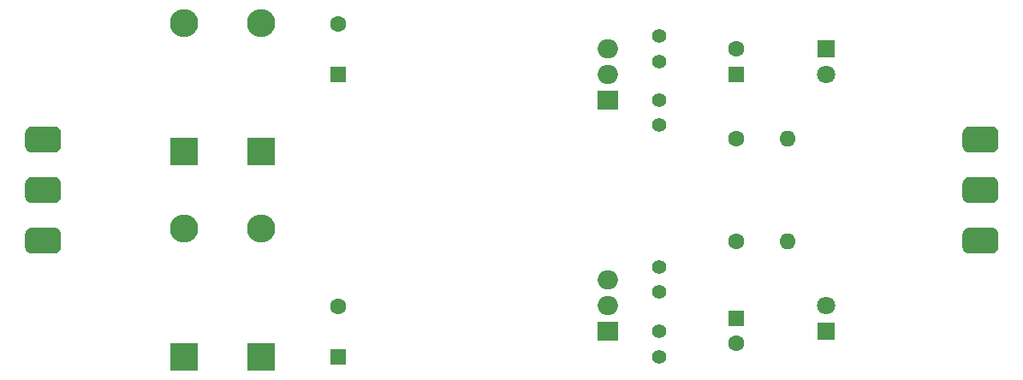
<source format=gbr>
%TF.GenerationSoftware,KiCad,Pcbnew,5.1.5+dfsg1-2build2*%
%TF.CreationDate,2021-08-20T10:43:51+02:00*%
%TF.ProjectId,power-supply,706f7765-722d-4737-9570-706c792e6b69,1.2*%
%TF.SameCoordinates,PX4d83c00PY6a95280*%
%TF.FileFunction,Copper,L1,Top*%
%TF.FilePolarity,Positive*%
%FSLAX46Y46*%
G04 Gerber Fmt 4.6, Leading zero omitted, Abs format (unit mm)*
G04 Created by KiCad (PCBNEW 5.1.5+dfsg1-2build2) date 2021-08-20 10:43:51*
%MOMM*%
%LPD*%
G04 APERTURE LIST*
%TA.AperFunction,ComponentPad*%
%ADD10C,0.150000*%
%TD*%
%TA.AperFunction,ComponentPad*%
%ADD11C,1.400000*%
%TD*%
%TA.AperFunction,ComponentPad*%
%ADD12O,2.000000X1.905000*%
%TD*%
%TA.AperFunction,ComponentPad*%
%ADD13R,2.000000X1.905000*%
%TD*%
%TA.AperFunction,ComponentPad*%
%ADD14O,1.600000X1.600000*%
%TD*%
%TA.AperFunction,ComponentPad*%
%ADD15C,1.600000*%
%TD*%
%TA.AperFunction,ComponentPad*%
%ADD16R,1.600000X1.600000*%
%TD*%
%TA.AperFunction,ComponentPad*%
%ADD17R,2.800000X2.800000*%
%TD*%
%TA.AperFunction,ComponentPad*%
%ADD18O,2.800000X2.800000*%
%TD*%
%TA.AperFunction,ComponentPad*%
%ADD19R,1.800000X1.800000*%
%TD*%
%TA.AperFunction,ComponentPad*%
%ADD20C,1.800000*%
%TD*%
G04 APERTURE END LIST*
%TA.AperFunction,ComponentPad*%
D10*
%TO.P,J2,3*%
%TO.N,Net-(C6-Pad2)*%
G36*
X97717241Y25316942D02*
G01*
X97778882Y25307799D01*
X97839331Y25292657D01*
X97898004Y25271664D01*
X97954337Y25245020D01*
X98007787Y25212983D01*
X98057840Y25175862D01*
X98104013Y25134013D01*
X98145862Y25087840D01*
X98182983Y25037787D01*
X98215020Y24984337D01*
X98241664Y24928004D01*
X98262657Y24869331D01*
X98277799Y24808882D01*
X98286942Y24747241D01*
X98290000Y24685000D01*
X98290000Y23415000D01*
X98286942Y23352759D01*
X98277799Y23291118D01*
X98262657Y23230669D01*
X98241664Y23171996D01*
X98215020Y23115663D01*
X98182983Y23062213D01*
X98145862Y23012160D01*
X98104013Y22965987D01*
X98057840Y22924138D01*
X98007787Y22887017D01*
X97954337Y22854980D01*
X97898004Y22828336D01*
X97839331Y22807343D01*
X97778882Y22792201D01*
X97717241Y22783058D01*
X97655000Y22780000D01*
X95385000Y22780000D01*
X95322759Y22783058D01*
X95261118Y22792201D01*
X95200669Y22807343D01*
X95141996Y22828336D01*
X95085663Y22854980D01*
X95032213Y22887017D01*
X94982160Y22924138D01*
X94935987Y22965987D01*
X94894138Y23012160D01*
X94857017Y23062213D01*
X94824980Y23115663D01*
X94798336Y23171996D01*
X94777343Y23230669D01*
X94762201Y23291118D01*
X94753058Y23352759D01*
X94750000Y23415000D01*
X94750000Y24685000D01*
X94753058Y24747241D01*
X94762201Y24808882D01*
X94777343Y24869331D01*
X94798336Y24928004D01*
X94824980Y24984337D01*
X94857017Y25037787D01*
X94894138Y25087840D01*
X94935987Y25134013D01*
X94982160Y25175862D01*
X95032213Y25212983D01*
X95085663Y25245020D01*
X95141996Y25271664D01*
X95200669Y25292657D01*
X95261118Y25307799D01*
X95322759Y25316942D01*
X95385000Y25320000D01*
X97655000Y25320000D01*
X97717241Y25316942D01*
G37*
%TD.AperFunction*%
%TA.AperFunction,ComponentPad*%
%TO.P,J2,2*%
%TO.N,GND*%
G36*
X97717241Y20316942D02*
G01*
X97778882Y20307799D01*
X97839331Y20292657D01*
X97898004Y20271664D01*
X97954337Y20245020D01*
X98007787Y20212983D01*
X98057840Y20175862D01*
X98104013Y20134013D01*
X98145862Y20087840D01*
X98182983Y20037787D01*
X98215020Y19984337D01*
X98241664Y19928004D01*
X98262657Y19869331D01*
X98277799Y19808882D01*
X98286942Y19747241D01*
X98290000Y19685000D01*
X98290000Y18415000D01*
X98286942Y18352759D01*
X98277799Y18291118D01*
X98262657Y18230669D01*
X98241664Y18171996D01*
X98215020Y18115663D01*
X98182983Y18062213D01*
X98145862Y18012160D01*
X98104013Y17965987D01*
X98057840Y17924138D01*
X98007787Y17887017D01*
X97954337Y17854980D01*
X97898004Y17828336D01*
X97839331Y17807343D01*
X97778882Y17792201D01*
X97717241Y17783058D01*
X97655000Y17780000D01*
X95385000Y17780000D01*
X95322759Y17783058D01*
X95261118Y17792201D01*
X95200669Y17807343D01*
X95141996Y17828336D01*
X95085663Y17854980D01*
X95032213Y17887017D01*
X94982160Y17924138D01*
X94935987Y17965987D01*
X94894138Y18012160D01*
X94857017Y18062213D01*
X94824980Y18115663D01*
X94798336Y18171996D01*
X94777343Y18230669D01*
X94762201Y18291118D01*
X94753058Y18352759D01*
X94750000Y18415000D01*
X94750000Y19685000D01*
X94753058Y19747241D01*
X94762201Y19808882D01*
X94777343Y19869331D01*
X94798336Y19928004D01*
X94824980Y19984337D01*
X94857017Y20037787D01*
X94894138Y20087840D01*
X94935987Y20134013D01*
X94982160Y20175862D01*
X95032213Y20212983D01*
X95085663Y20245020D01*
X95141996Y20271664D01*
X95200669Y20292657D01*
X95261118Y20307799D01*
X95322759Y20316942D01*
X95385000Y20320000D01*
X97655000Y20320000D01*
X97717241Y20316942D01*
G37*
%TD.AperFunction*%
%TA.AperFunction,ComponentPad*%
%TO.P,J2,1*%
%TO.N,Net-(C5-Pad1)*%
G36*
X97717241Y15316942D02*
G01*
X97778882Y15307799D01*
X97839331Y15292657D01*
X97898004Y15271664D01*
X97954337Y15245020D01*
X98007787Y15212983D01*
X98057840Y15175862D01*
X98104013Y15134013D01*
X98145862Y15087840D01*
X98182983Y15037787D01*
X98215020Y14984337D01*
X98241664Y14928004D01*
X98262657Y14869331D01*
X98277799Y14808882D01*
X98286942Y14747241D01*
X98290000Y14685000D01*
X98290000Y13415000D01*
X98286942Y13352759D01*
X98277799Y13291118D01*
X98262657Y13230669D01*
X98241664Y13171996D01*
X98215020Y13115663D01*
X98182983Y13062213D01*
X98145862Y13012160D01*
X98104013Y12965987D01*
X98057840Y12924138D01*
X98007787Y12887017D01*
X97954337Y12854980D01*
X97898004Y12828336D01*
X97839331Y12807343D01*
X97778882Y12792201D01*
X97717241Y12783058D01*
X97655000Y12780000D01*
X95385000Y12780000D01*
X95322759Y12783058D01*
X95261118Y12792201D01*
X95200669Y12807343D01*
X95141996Y12828336D01*
X95085663Y12854980D01*
X95032213Y12887017D01*
X94982160Y12924138D01*
X94935987Y12965987D01*
X94894138Y13012160D01*
X94857017Y13062213D01*
X94824980Y13115663D01*
X94798336Y13171996D01*
X94777343Y13230669D01*
X94762201Y13291118D01*
X94753058Y13352759D01*
X94750000Y13415000D01*
X94750000Y14685000D01*
X94753058Y14747241D01*
X94762201Y14808882D01*
X94777343Y14869331D01*
X94798336Y14928004D01*
X94824980Y14984337D01*
X94857017Y15037787D01*
X94894138Y15087840D01*
X94935987Y15134013D01*
X94982160Y15175862D01*
X95032213Y15212983D01*
X95085663Y15245020D01*
X95141996Y15271664D01*
X95200669Y15292657D01*
X95261118Y15307799D01*
X95322759Y15316942D01*
X95385000Y15320000D01*
X97655000Y15320000D01*
X97717241Y15316942D01*
G37*
%TD.AperFunction*%
%TD*%
%TA.AperFunction,ComponentPad*%
%TO.P,J1,3*%
%TO.N,GND*%
G36*
X5007241Y15316942D02*
G01*
X5068882Y15307799D01*
X5129331Y15292657D01*
X5188004Y15271664D01*
X5244337Y15245020D01*
X5297787Y15212983D01*
X5347840Y15175862D01*
X5394013Y15134013D01*
X5435862Y15087840D01*
X5472983Y15037787D01*
X5505020Y14984337D01*
X5531664Y14928004D01*
X5552657Y14869331D01*
X5567799Y14808882D01*
X5576942Y14747241D01*
X5580000Y14685000D01*
X5580000Y13415000D01*
X5576942Y13352759D01*
X5567799Y13291118D01*
X5552657Y13230669D01*
X5531664Y13171996D01*
X5505020Y13115663D01*
X5472983Y13062213D01*
X5435862Y13012160D01*
X5394013Y12965987D01*
X5347840Y12924138D01*
X5297787Y12887017D01*
X5244337Y12854980D01*
X5188004Y12828336D01*
X5129331Y12807343D01*
X5068882Y12792201D01*
X5007241Y12783058D01*
X4945000Y12780000D01*
X2675000Y12780000D01*
X2612759Y12783058D01*
X2551118Y12792201D01*
X2490669Y12807343D01*
X2431996Y12828336D01*
X2375663Y12854980D01*
X2322213Y12887017D01*
X2272160Y12924138D01*
X2225987Y12965987D01*
X2184138Y13012160D01*
X2147017Y13062213D01*
X2114980Y13115663D01*
X2088336Y13171996D01*
X2067343Y13230669D01*
X2052201Y13291118D01*
X2043058Y13352759D01*
X2040000Y13415000D01*
X2040000Y14685000D01*
X2043058Y14747241D01*
X2052201Y14808882D01*
X2067343Y14869331D01*
X2088336Y14928004D01*
X2114980Y14984337D01*
X2147017Y15037787D01*
X2184138Y15087840D01*
X2225987Y15134013D01*
X2272160Y15175862D01*
X2322213Y15212983D01*
X2375663Y15245020D01*
X2431996Y15271664D01*
X2490669Y15292657D01*
X2551118Y15307799D01*
X2612759Y15316942D01*
X2675000Y15320000D01*
X4945000Y15320000D01*
X5007241Y15316942D01*
G37*
%TD.AperFunction*%
%TA.AperFunction,ComponentPad*%
%TO.P,J1,2*%
%TO.N,/AC1*%
G36*
X5007241Y20316942D02*
G01*
X5068882Y20307799D01*
X5129331Y20292657D01*
X5188004Y20271664D01*
X5244337Y20245020D01*
X5297787Y20212983D01*
X5347840Y20175862D01*
X5394013Y20134013D01*
X5435862Y20087840D01*
X5472983Y20037787D01*
X5505020Y19984337D01*
X5531664Y19928004D01*
X5552657Y19869331D01*
X5567799Y19808882D01*
X5576942Y19747241D01*
X5580000Y19685000D01*
X5580000Y18415000D01*
X5576942Y18352759D01*
X5567799Y18291118D01*
X5552657Y18230669D01*
X5531664Y18171996D01*
X5505020Y18115663D01*
X5472983Y18062213D01*
X5435862Y18012160D01*
X5394013Y17965987D01*
X5347840Y17924138D01*
X5297787Y17887017D01*
X5244337Y17854980D01*
X5188004Y17828336D01*
X5129331Y17807343D01*
X5068882Y17792201D01*
X5007241Y17783058D01*
X4945000Y17780000D01*
X2675000Y17780000D01*
X2612759Y17783058D01*
X2551118Y17792201D01*
X2490669Y17807343D01*
X2431996Y17828336D01*
X2375663Y17854980D01*
X2322213Y17887017D01*
X2272160Y17924138D01*
X2225987Y17965987D01*
X2184138Y18012160D01*
X2147017Y18062213D01*
X2114980Y18115663D01*
X2088336Y18171996D01*
X2067343Y18230669D01*
X2052201Y18291118D01*
X2043058Y18352759D01*
X2040000Y18415000D01*
X2040000Y19685000D01*
X2043058Y19747241D01*
X2052201Y19808882D01*
X2067343Y19869331D01*
X2088336Y19928004D01*
X2114980Y19984337D01*
X2147017Y20037787D01*
X2184138Y20087840D01*
X2225987Y20134013D01*
X2272160Y20175862D01*
X2322213Y20212983D01*
X2375663Y20245020D01*
X2431996Y20271664D01*
X2490669Y20292657D01*
X2551118Y20307799D01*
X2612759Y20316942D01*
X2675000Y20320000D01*
X4945000Y20320000D01*
X5007241Y20316942D01*
G37*
%TD.AperFunction*%
%TA.AperFunction,ComponentPad*%
%TO.P,J1,1*%
%TO.N,/AC2*%
G36*
X5007241Y25316942D02*
G01*
X5068882Y25307799D01*
X5129331Y25292657D01*
X5188004Y25271664D01*
X5244337Y25245020D01*
X5297787Y25212983D01*
X5347840Y25175862D01*
X5394013Y25134013D01*
X5435862Y25087840D01*
X5472983Y25037787D01*
X5505020Y24984337D01*
X5531664Y24928004D01*
X5552657Y24869331D01*
X5567799Y24808882D01*
X5576942Y24747241D01*
X5580000Y24685000D01*
X5580000Y23415000D01*
X5576942Y23352759D01*
X5567799Y23291118D01*
X5552657Y23230669D01*
X5531664Y23171996D01*
X5505020Y23115663D01*
X5472983Y23062213D01*
X5435862Y23012160D01*
X5394013Y22965987D01*
X5347840Y22924138D01*
X5297787Y22887017D01*
X5244337Y22854980D01*
X5188004Y22828336D01*
X5129331Y22807343D01*
X5068882Y22792201D01*
X5007241Y22783058D01*
X4945000Y22780000D01*
X2675000Y22780000D01*
X2612759Y22783058D01*
X2551118Y22792201D01*
X2490669Y22807343D01*
X2431996Y22828336D01*
X2375663Y22854980D01*
X2322213Y22887017D01*
X2272160Y22924138D01*
X2225987Y22965987D01*
X2184138Y23012160D01*
X2147017Y23062213D01*
X2114980Y23115663D01*
X2088336Y23171996D01*
X2067343Y23230669D01*
X2052201Y23291118D01*
X2043058Y23352759D01*
X2040000Y23415000D01*
X2040000Y24685000D01*
X2043058Y24747241D01*
X2052201Y24808882D01*
X2067343Y24869331D01*
X2088336Y24928004D01*
X2114980Y24984337D01*
X2147017Y25037787D01*
X2184138Y25087840D01*
X2225987Y25134013D01*
X2272160Y25175862D01*
X2322213Y25212983D01*
X2375663Y25245020D01*
X2431996Y25271664D01*
X2490669Y25292657D01*
X2551118Y25307799D01*
X2612759Y25316942D01*
X2675000Y25320000D01*
X4945000Y25320000D01*
X5007241Y25316942D01*
G37*
%TD.AperFunction*%
%TD*%
D11*
%TO.P,C2,2*%
%TO.N,/-*%
X64770000Y25440000D03*
%TO.P,C2,1*%
%TO.N,GND*%
X64770000Y27940000D03*
%TD*%
%TO.P,C1,2*%
%TO.N,GND*%
X64770000Y5040000D03*
%TO.P,C1,1*%
%TO.N,/+*%
X64770000Y2540000D03*
%TD*%
D12*
%TO.P,U2,3*%
%TO.N,Net-(C6-Pad2)*%
X59690000Y33020000D03*
%TO.P,U2,2*%
%TO.N,/-*%
X59690000Y30480000D03*
D13*
%TO.P,U2,1*%
%TO.N,GND*%
X59690000Y27940000D03*
%TD*%
D12*
%TO.P,U1,3*%
%TO.N,Net-(C5-Pad1)*%
X59690000Y10160000D03*
%TO.P,U1,2*%
%TO.N,GND*%
X59690000Y7620000D03*
D13*
%TO.P,U1,1*%
%TO.N,/+*%
X59690000Y5080000D03*
%TD*%
D14*
%TO.P,R2,2*%
%TO.N,Net-(D6-Pad2)*%
X77470000Y24130000D03*
D15*
%TO.P,R2,1*%
%TO.N,GND*%
X72390000Y24130000D03*
%TD*%
D14*
%TO.P,R1,2*%
%TO.N,Net-(D5-Pad2)*%
X77470000Y13970000D03*
D15*
%TO.P,R1,1*%
%TO.N,Net-(C5-Pad1)*%
X72390000Y13970000D03*
%TD*%
%TO.P,C3,2*%
%TO.N,GND*%
X33020000Y7540000D03*
D16*
%TO.P,C3,1*%
%TO.N,/+*%
X33020000Y2540000D03*
%TD*%
%TO.P,C4,1*%
%TO.N,GND*%
X33020000Y30480000D03*
D15*
%TO.P,C4,2*%
%TO.N,/-*%
X33020000Y35480000D03*
%TD*%
%TO.P,C5,2*%
%TO.N,GND*%
X72390000Y3850000D03*
D16*
%TO.P,C5,1*%
%TO.N,Net-(C5-Pad1)*%
X72390000Y6350000D03*
%TD*%
%TO.P,C6,1*%
%TO.N,GND*%
X72390000Y30480000D03*
D15*
%TO.P,C6,2*%
%TO.N,Net-(C6-Pad2)*%
X72390000Y32980000D03*
%TD*%
D11*
%TO.P,C7,1*%
%TO.N,Net-(C5-Pad1)*%
X64770000Y11430000D03*
%TO.P,C7,2*%
%TO.N,GND*%
X64770000Y8930000D03*
%TD*%
%TO.P,C8,2*%
%TO.N,Net-(C6-Pad2)*%
X64770000Y34250000D03*
%TO.P,C8,1*%
%TO.N,GND*%
X64770000Y31750000D03*
%TD*%
D17*
%TO.P,D1,1*%
%TO.N,/+*%
X25400000Y2540000D03*
D18*
%TO.P,D1,2*%
%TO.N,/AC1*%
X25400000Y15240000D03*
%TD*%
D17*
%TO.P,D2,1*%
%TO.N,/AC1*%
X25400000Y22860000D03*
D18*
%TO.P,D2,2*%
%TO.N,/-*%
X25400000Y35560000D03*
%TD*%
%TO.P,D3,2*%
%TO.N,/AC2*%
X17780000Y15240000D03*
D17*
%TO.P,D3,1*%
%TO.N,/+*%
X17780000Y2540000D03*
%TD*%
D18*
%TO.P,D4,2*%
%TO.N,/-*%
X17780000Y35560000D03*
D17*
%TO.P,D4,1*%
%TO.N,/AC2*%
X17780000Y22860000D03*
%TD*%
D19*
%TO.P,D5,1*%
%TO.N,GND*%
X81280000Y5080000D03*
D20*
%TO.P,D5,2*%
%TO.N,Net-(D5-Pad2)*%
X81280000Y7620000D03*
%TD*%
%TO.P,D6,2*%
%TO.N,Net-(D6-Pad2)*%
X81280000Y30480000D03*
D19*
%TO.P,D6,1*%
%TO.N,Net-(C6-Pad2)*%
X81280000Y33020000D03*
%TD*%
M02*

</source>
